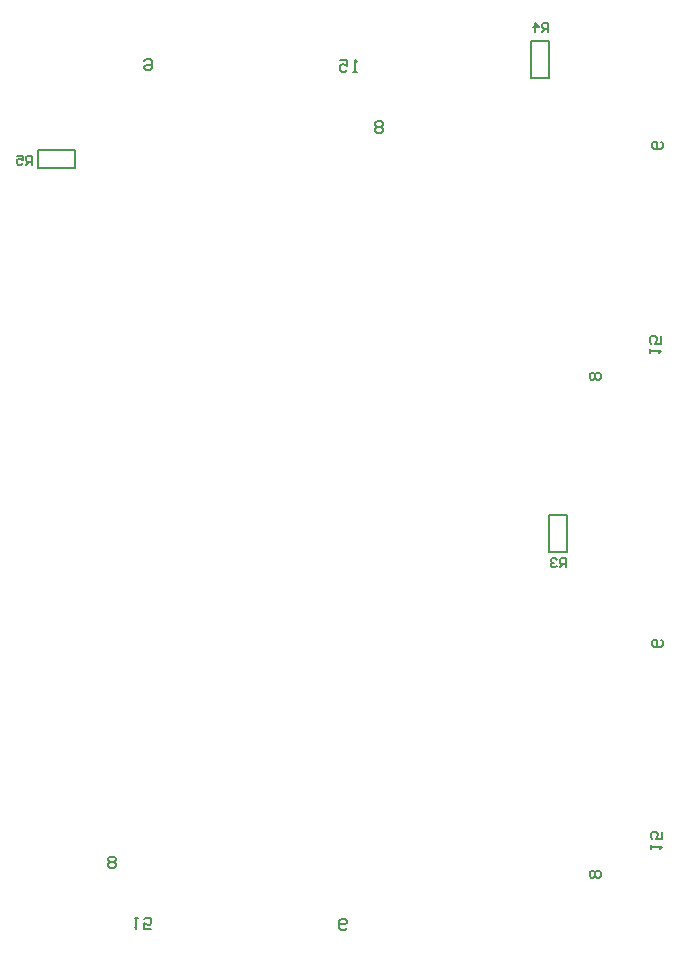
<source format=gbo>
%FSLAX24Y24*%
%MOIN*%
G70*
G01*
G75*
G04 Layer_Color=32896*
%ADD10R,0.0320X0.0360*%
%ADD11R,0.0450X0.0600*%
%ADD12C,0.0100*%
%ADD13C,0.0250*%
%ADD14C,0.0600*%
%ADD15C,0.1700*%
%ADD16C,0.0591*%
%ADD17R,0.0591X0.0591*%
%ADD18R,0.0591X0.0591*%
%ADD19R,0.0630X0.0630*%
%ADD20C,0.0630*%
%ADD21R,0.0630X0.0630*%
%ADD22C,0.0500*%
%ADD23R,0.0360X0.0320*%
%ADD24C,0.0079*%
%ADD25C,0.0080*%
%ADD26C,0.0070*%
%ADD27C,0.0050*%
%ADD28R,0.0400X0.0440*%
%ADD29R,0.0530X0.0680*%
%ADD30C,0.0680*%
%ADD31C,0.1780*%
%ADD32C,0.0671*%
%ADD33R,0.0671X0.0671*%
%ADD34R,0.0671X0.0671*%
%ADD35R,0.0710X0.0710*%
%ADD36C,0.0710*%
%ADD37R,0.0710X0.0710*%
%ADD38C,0.0580*%
%ADD39R,0.0440X0.0400*%
D25*
X25330Y43100D02*
Y43700D01*
X24070D02*
X25330D01*
X24070Y43100D02*
X25330D01*
X24070D02*
Y43700D01*
X40500Y46070D02*
X41100D01*
Y47330D01*
X40500Y46070D02*
Y47330D01*
X41100D01*
Y31530D02*
X41700D01*
X41100Y30270D02*
Y31530D01*
X41700Y30270D02*
Y31530D01*
X41100Y30270D02*
X41700D01*
X27300Y18100D02*
X27425D01*
X27362D01*
Y17725D01*
X27300Y17788D01*
X27862Y17725D02*
X27612D01*
Y17913D01*
X27737Y17850D01*
X27800D01*
X27862Y17913D01*
Y18038D01*
X27800Y18100D01*
X27675D01*
X27612Y18038D01*
X26419Y19821D02*
X26482Y19759D01*
X26607D01*
X26669Y19821D01*
Y19884D01*
X26607Y19946D01*
X26669Y20009D01*
Y20071D01*
X26607Y20134D01*
X26482D01*
X26419Y20071D01*
Y20009D01*
X26482Y19946D01*
X26419Y19884D01*
Y19821D01*
X26482Y19946D02*
X26607D01*
X34369Y17746D02*
X34307Y17684D01*
X34182D01*
X34119Y17746D01*
Y17996D01*
X34182Y18059D01*
X34307D01*
X34369Y17996D01*
Y17934D01*
X34307Y17871D01*
X34119D01*
X44500Y20400D02*
Y20525D01*
Y20462D01*
X44875D01*
X44812Y20400D01*
X44875Y20962D02*
Y20712D01*
X44687D01*
X44750Y20837D01*
Y20900D01*
X44687Y20962D01*
X44562D01*
X44500Y20900D01*
Y20775D01*
X44562Y20712D01*
X42779Y19419D02*
X42841Y19482D01*
Y19607D01*
X42779Y19669D01*
X42716D01*
X42654Y19607D01*
X42591Y19669D01*
X42529D01*
X42466Y19607D01*
Y19482D01*
X42529Y19419D01*
X42591D01*
X42654Y19482D01*
X42716Y19419D01*
X42779D01*
X42654Y19482D02*
Y19607D01*
X44854Y27369D02*
X44916Y27307D01*
Y27182D01*
X44854Y27119D01*
X44604D01*
X44541Y27182D01*
Y27307D01*
X44604Y27369D01*
X44666D01*
X44729Y27307D01*
Y27119D01*
X44468Y36915D02*
Y37040D01*
Y36977D01*
X44842D01*
X44780Y36915D01*
X44842Y37477D02*
Y37227D01*
X44655D01*
X44717Y37352D01*
Y37415D01*
X44655Y37477D01*
X44530D01*
X44468Y37415D01*
Y37290D01*
X44530Y37227D01*
X42779Y36019D02*
X42841Y36082D01*
Y36207D01*
X42779Y36269D01*
X42716D01*
X42654Y36207D01*
X42591Y36269D01*
X42529D01*
X42466Y36207D01*
Y36082D01*
X42529Y36019D01*
X42591D01*
X42654Y36082D01*
X42716Y36019D01*
X42779D01*
X42654Y36082D02*
Y36207D01*
X44854Y43969D02*
X44916Y43907D01*
Y43782D01*
X44854Y43719D01*
X44604D01*
X44541Y43782D01*
Y43907D01*
X44604Y43969D01*
X44666D01*
X44729Y43907D01*
Y43719D01*
X34700Y46300D02*
X34575D01*
X34638D01*
Y46675D01*
X34700Y46612D01*
X34138Y46675D02*
X34388D01*
Y46487D01*
X34263Y46550D01*
X34200D01*
X34138Y46487D01*
Y46362D01*
X34200Y46300D01*
X34325D01*
X34388Y46362D01*
X35581Y44579D02*
X35518Y44641D01*
X35393D01*
X35331Y44579D01*
Y44516D01*
X35393Y44454D01*
X35331Y44391D01*
Y44329D01*
X35393Y44266D01*
X35518D01*
X35581Y44329D01*
Y44391D01*
X35518Y44454D01*
X35581Y44516D01*
Y44579D01*
X35518Y44454D02*
X35393D01*
X27631Y46654D02*
X27693Y46716D01*
X27818D01*
X27881Y46654D01*
Y46404D01*
X27818Y46341D01*
X27693D01*
X27631Y46404D01*
Y46466D01*
X27693Y46529D01*
X27881D01*
D27*
X41670Y29780D02*
Y30080D01*
X41520D01*
X41470Y30030D01*
Y29930D01*
X41520Y29880D01*
X41670D01*
X41570D02*
X41470Y29780D01*
X41370Y30030D02*
X41320Y30080D01*
X41220D01*
X41170Y30030D01*
Y29980D01*
X41220Y29930D01*
X41270D01*
X41220D01*
X41170Y29880D01*
Y29830D01*
X41220Y29780D01*
X41320D01*
X41370Y29830D01*
X41095Y47625D02*
Y47925D01*
X40945D01*
X40895Y47875D01*
Y47775D01*
X40945Y47725D01*
X41095D01*
X40995D02*
X40895Y47625D01*
X40645D02*
Y47925D01*
X40795Y47775D01*
X40595D01*
X23880Y43190D02*
Y43490D01*
X23730D01*
X23680Y43440D01*
Y43340D01*
X23730Y43290D01*
X23880D01*
X23780D02*
X23680Y43190D01*
X23380Y43490D02*
X23580D01*
Y43340D01*
X23480Y43390D01*
X23430D01*
X23380Y43340D01*
Y43240D01*
X23430Y43190D01*
X23530D01*
X23580Y43240D01*
M02*

</source>
